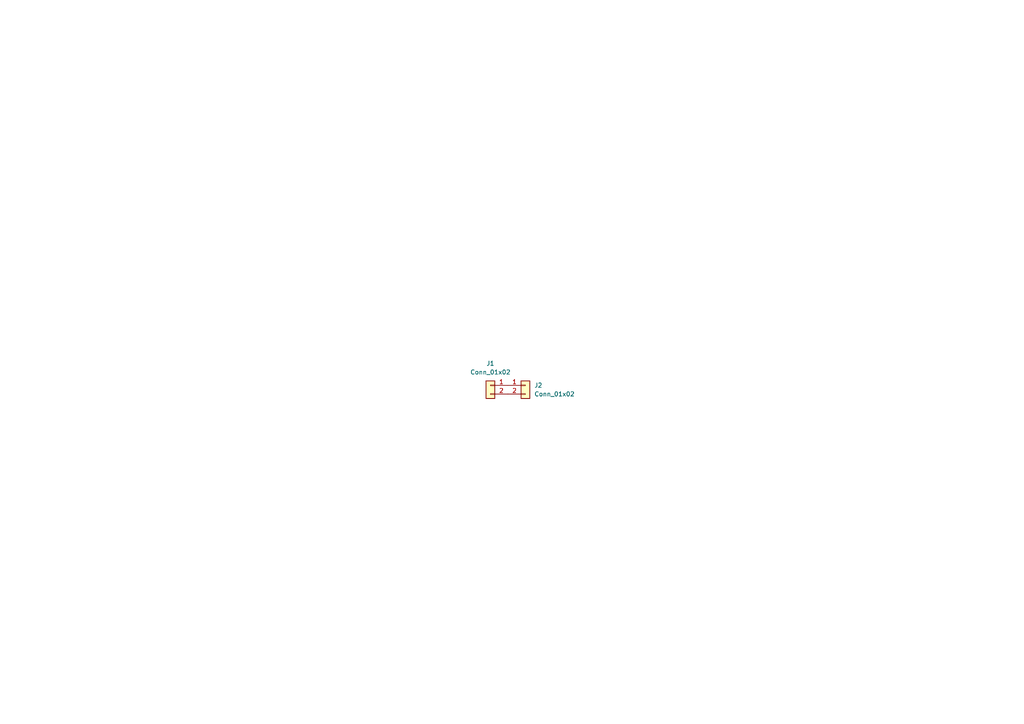
<source format=kicad_sch>
(kicad_sch (version 20211123) (generator eeschema)
  (paper "A4")
  (lib_symbols
    (symbol "Connector_Generic:Conn_01x02" (pin_names (offset 1.016) hide)
      (property "Reference" "J" (at 0 2.54 0))
      (property "Value" "Conn_01x02" (at 0 -5.08 0))
      (symbol "Conn_01x02_1_1"
        (rectangle (start -1.27 -2.413) (end 0 -2.667) (stroke (width 0.1524)))
        (rectangle (start -1.27 0.127) (end 0 -0.127) (stroke (width 0.1524)))
        (rectangle (start -1.27 1.27) (end 1.27 -3.81) (stroke (width 0.254)) (fill (type background)))
        (pin passive line (at -5.08 0 0) (length 3.81) (name "Pin_1") (number "1"))
        (pin passive line (at -5.08 -2.54 0) (length 3.81) (name "Pin_2") (number "2"))
      )
    )
  )
  (symbol (lib_id "Connector_Generic:Conn_01x02") (at 152.4 111.76 0) (unit 1)
    (property "Reference" "J2" (at 154.94 111.7599 0) (effects (justify left)))
    (property "Value" "Conn_01x02" (at 154.94 114.2999 0) (effects (justify left)))
    (property "Footprint" "Connector_JST:JST_XH_B2B-XH-A_1x02_P2.50mm_Vertical" (effects hide))
  )
  (symbol (lib_id "Connector_Generic:Conn_01x02") (at 142.24 111.76 0) (mirror y) (unit 1)
    (property "Reference" "J1" (at 142.24 105.41 0))
    (property "Value" "Conn_01x02" (at 142.24 107.95 0))
    (property "Footprint" "Connector_Wire:SolderWire-1sqmm_1x02_P5.4mm_D1.4mm_OD2.7mm" (effects hide))
  )
)
</source>
